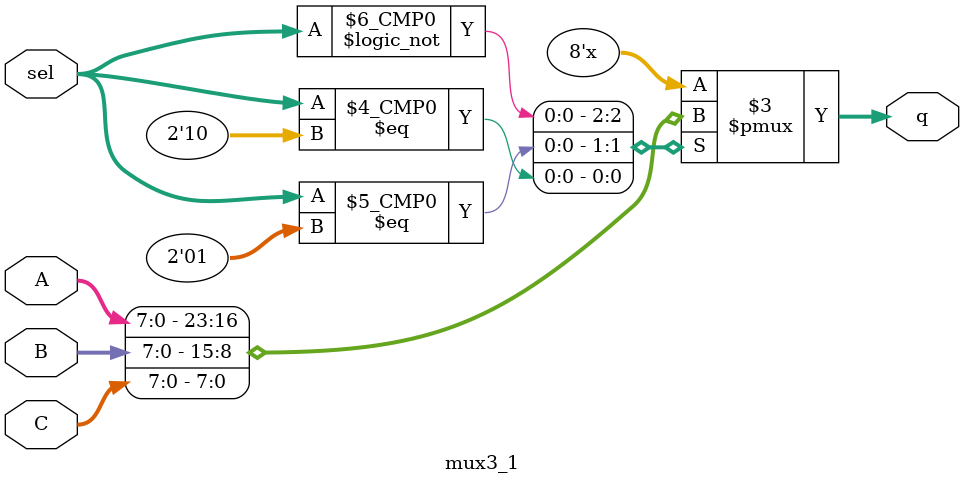
<source format=v>
`timescale 1ns / 1ps


module mux3_1(
    input [7:0] A,
    input [7:0] B,
    input [7:0] C,
    input [1:0] sel,
    output reg [7:0] q
    );
    always @(*) begin
        case(sel)
        2'b00: q = A;
        2'b01: q = B;
        2'b10: q = C;
        endcase
    end
endmodule

</source>
